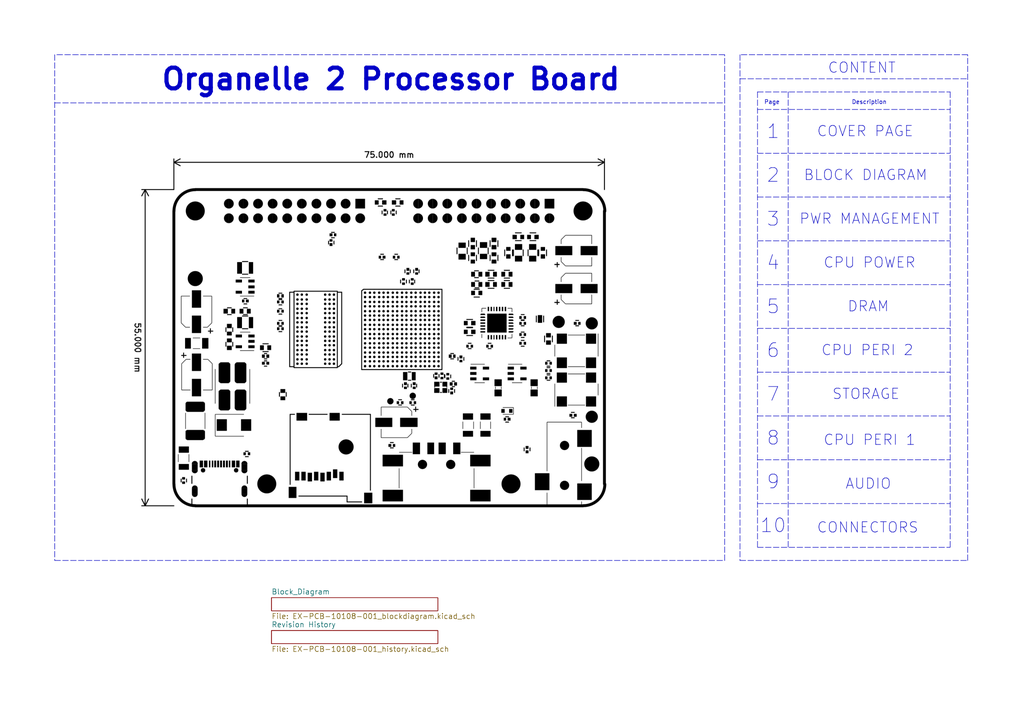
<source format=kicad_sch>
(kicad_sch (version 20211123) (generator eeschema)
  (paper "A4")
  (title_block (title "EX-PCB-10108-001") (date "2021-07-27") (rev "A") (company "OHN Electronics Inc.") (comment 1 "Uses NXP i.MX6ULx core design licensed from PolyVection UG, Germany") (comment 2 "Organelle 2 Processor board") (comment 4 "EX-PCB-10108-001 - Schematics"))
  (lib_symbols)
  (polyline (pts (xy 219.71 69.85) (xy 275.59 69.85)))
  (polyline (pts (xy 214.63 22.86) (xy 280.67 22.86)))
  (polyline (pts (xy 210.185 162.56) (xy 210.185 15.875)))
  (polyline (pts (xy 219.71 82.55) (xy 275.59 82.55)))
  (polyline (pts (xy 219.71 26.67) (xy 219.71 158.75)))
  (polyline (pts (xy 15.875 162.56) (xy 210.185 162.56)))
  (polyline (pts (xy 210.185 15.875) (xy 15.875 15.875)))
  (polyline (pts (xy 219.71 120.65) (xy 275.59 120.65)))
  (polyline (pts (xy 219.71 107.95) (xy 275.59 107.95)))
  (polyline (pts (xy 214.63 162.56) (xy 280.67 162.56)))
  (polyline (pts (xy 280.67 162.56) (xy 280.67 15.875)))
  (polyline (pts (xy 15.875 29.845) (xy 210.185 29.845)))
  (polyline (pts (xy 15.875 15.875) (xy 15.875 162.56)))
  (polyline (pts (xy 275.59 26.67) (xy 275.59 158.75)))
  (polyline (pts (xy 219.71 133.35) (xy 275.59 133.35)))
  (polyline (pts (xy 214.63 15.875) (xy 214.63 162.56)))
  (polyline (pts (xy 219.71 31.75) (xy 275.59 31.75)))
  (polyline (pts (xy 219.71 26.67) (xy 275.59 26.67)))
  (polyline (pts (xy 219.71 146.05) (xy 275.59 146.05)))
  (polyline (pts (xy 228.6 26.67) (xy 228.6 158.75)))
  (polyline (pts (xy 219.71 95.25) (xy 275.59 95.25)))
  (polyline (pts (xy 280.67 15.875) (xy 214.63 15.875)))
  (polyline (pts (xy 219.71 158.75) (xy 275.59 158.75)))
  (polyline (pts (xy 219.71 57.15) (xy 275.59 57.15)))
  (polyline (pts (xy 219.71 44.45) (xy 275.59 44.45)))
  (image (at 106.045 97.79))
  (text "AUDIO" (at 245.11 142.24 0) (effects (font (size 2.9972 2.9972)) (justify left bottom)))
  (text "CONNECTORS" (at 236.855 154.94 0) (effects (font (size 2.9972 2.9972)) (justify left bottom)))
  (text "COVER PAGE" (at 236.855 40.005 0) (effects (font (size 2.9972 2.9972)) (justify left bottom)))
  (text "5\n" (at 222.25 91.44 0) (effects (font (size 3.9878 3.9878)) (justify left bottom)))
  (text "2\n" (at 222.25 53.34 0) (effects (font (size 3.9878 3.9878)) (justify left bottom)))
  (text "CPU PERI 1" (at 238.76 129.54 0) (effects (font (size 2.9972 2.9972)) (justify left bottom)))
  (text "BLOCK DIAGRAM" (at 233.045 52.705 0) (effects (font (size 2.9972 2.9972)) (justify left bottom)))
  (text "CPU PERI 2" (at 238.125 103.505 0) (effects (font (size 2.9972 2.9972)) (justify left bottom)))
  (text "3\n" (at 222.25 66.04 0) (effects (font (size 3.9878 3.9878)) (justify left bottom)))
  (text "Description" (at 247.015 30.48 0) (effects (font (size 1.1938 1.1938)) (justify left bottom)))
  (text "10" (at 220.345 154.94 0) (effects (font (size 3.9878 3.9878)) (justify left bottom)))
  (text "CPU POWER" (at 238.76 78.105 0) (effects (font (size 2.9972 2.9972)) (justify left bottom)))
  (text "Page" (at 221.615 30.48 0) (effects (font (size 1.1938 1.1938)) (justify left bottom)))
  (text "6\n" (at 222.25 104.14 0) (effects (font (size 3.9878 3.9878)) (justify left bottom)))
  (text "PWR MANAGEMENT" (at 231.775 65.405 0) (effects (font (size 2.9972 2.9972)) (justify left bottom)))
  (text "7\n" (at 222.25 116.84 0) (effects (font (size 3.9878 3.9878)) (justify left bottom)))
  (text "Organelle 2 Processor Board" (at 46.355 26.67 0) (effects (font (size 5.9944 5.9944) (thickness 1.1989) bold) (justify left bottom)))
  (text "1\n" (at 222.25 40.64 0) (effects (font (size 3.9878 3.9878)) (justify left bottom)))
  (text "9\n" (at 222.25 142.24 0) (effects (font (size 3.9878 3.9878)) (justify left bottom)))
  (text "STORAGE" (at 241.3 116.205 0) (effects (font (size 2.9972 2.9972)) (justify left bottom)))
  (text "8\n" (at 222.25 129.54 0) (effects (font (size 3.9878 3.9878)) (justify left bottom)))
  (text "4\n" (at 222.25 78.74 0) (effects (font (size 3.9878 3.9878)) (justify left bottom)))
  (text "DRAM" (at 245.745 90.805 0) (effects (font (size 2.9972 2.9972)) (justify left bottom)))
  (text "CONTENT" (at 240.03 21.59 0) (effects (font (size 2.9972 2.9972)) (justify left bottom)))
  (sheet (at 78.74 173.355) (size 48.26 3.81)
    (property "Sheet name" "Block_Diagram" (at 78.74 172.5164 0) (effects (font (size 1.524 1.524)) (justify left bottom)))
    (property "Sheet file" "EX-PCB-10108-001_blockdiagram.kicad_sch" (at 78.74 177.8512 0) (effects (font (size 1.524 1.524)) (justify left top)))
  )
  (sheet (at 78.74 182.88) (size 48.26 3.81)
    (property "Sheet name" "Revision History" (at 78.74 182.0414 0) (effects (font (size 1.524 1.524)) (justify left bottom)))
    (property "Sheet file" "EX-PCB-10108-001_history.kicad_sch" (at 78.74 187.3762 0) (effects (font (size 1.524 1.524)) (justify left top)))
  )
)
</source>
